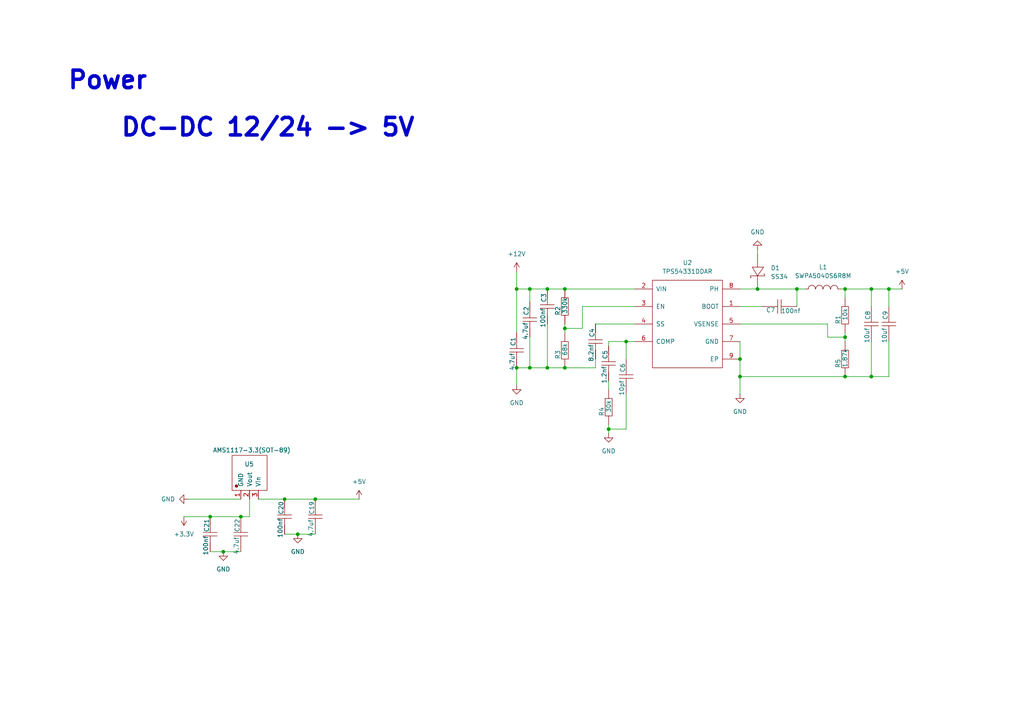
<source format=kicad_sch>
(kicad_sch (version 20231120) (generator "eeschema") (generator_version "8.0")
  (paper "A4")
  (lib_symbols
    (symbol "BLDC_Drive_Tsfoc:AMS1117-3.3(SOT-89)" (pin_names (offset 1.016))
      (property "Reference" "U" (at -4.572 6.096 0))
      (property "Value" "AMS1117-3.3(SOT-89)" (at 0 -6.35 0))
      (symbol "AMS1117-3.3(SOT-89)_1_1"
        (rectangle (start -5.08 5.08) (end 5.08 -5.08) (stroke (width 0.1524)))
        (circle (center -3.81 3.81) (radius 0.381) (stroke (width 0.1524)) (fill (type outline)))
        (pin input line (at -7.62 2.54 0) (length 2.54) (name "GND") (number "1"))
        (pin input line (at -7.62 0 0) (length 2.54) (name "Vout") (number "2"))
        (pin input line (at -7.62 -2.54 0) (length 2.54) (name "Vin") (number "3"))
      )
    )
    (symbol "BLDC_Drive_Tsfoc:SS34" (pin_numbers hide) (pin_names (offset 1.016) hide)
      (property "Reference" "D" (at -1.524 3.048 0))
      (property "Value" "SS34" (at -0.508 -3.048 0))
      (symbol "SS34_1_1"
        (polyline (pts (xy -1.27 0) (xy -1.27 -2.032) (xy -0.762 -2.032) (xy -0.762 -1.778)) (stroke (width 0.1524)))
        (polyline (pts (xy -1.27 0) (xy -1.27 2.032) (xy -1.778 2.032) (xy -1.778 1.778)) (stroke (width 0.1524)))
        (polyline (pts (xy 1.27 1.524) (xy -1.27 0) (xy 1.27 -1.778) (xy 1.27 1.524)) (stroke (width 0.1524)))
        (pin input line (at -5.08 0 0) (length 3.81) (name "K") (number "1"))
        (pin input line (at 5.08 0 180) (length 3.81) (name "A") (number "2"))
      )
    )
    (symbol "BLDC_Drive_Tsfoc:SWPA5040S6R8M" (pin_numbers hide) (pin_names (offset 1.016) hide)
      (property "Reference" "L" (at -4.826 2.54 0))
      (property "Value" "SWPA5040S6R8M" (at 1.778 -1.778 0))
      (symbol "SWPA5040S6R8M_1_1"
        (polyline (pts (xy 2.2098 0) (xy 2.2098 0.2032) (xy 2.2352 0.381) (xy 2.3114 0.5588) (xy 2.4384 0.7366) (xy 2.5654 0.8636) (xy 2.7432 0.9652) (xy 2.921 1.0414) (xy 3.1242 1.0668) (xy 3.3274 1.0668) (xy 3.5052 1.0414) (xy 3.7084 0.9652) (xy 3.8608 0.8382) (xy 4.0132 0.7112) (xy 4.1148 0.5334) (xy 4.191 0.3556) (xy 4.2164 0.1778) (xy 4.2164 0)) (stroke (width 0.1524)))
        (polyline (pts (xy -4.2926 0) (xy -4.2926 0.2032) (xy -4.2672 0.381) (xy -4.191 0.5588) (xy -4.064 0.7366) (xy -3.937 0.8636) (xy -3.7592 0.9652) (xy -3.5814 1.0414) (xy -3.3782 1.0922) (xy -3.2004 1.0922) (xy -2.9972 1.0414) (xy -2.8194 0.9652) (xy -2.6416 0.8636) (xy -2.5146 0.7366) (xy -2.3876 0.5588) (xy -2.3114 0.381) (xy -2.286 0.2032) (xy -2.286 0) (xy -2.286 0)) (stroke (width 0.1524)))
        (polyline (pts (xy -2.1336 0) (xy -2.159 0.2032) (xy -2.1082 0.381) (xy -2.032 0.5588) (xy -1.9304 0.7366) (xy -1.778 0.8636) (xy -1.6256 0.9652) (xy -1.4224 1.0414) (xy -1.2446 1.0922) (xy -1.0414 1.0922) (xy -0.8382 1.0414) (xy -0.6604 0.9906) (xy -0.4826 0.8636) (xy -0.3556 0.7366) (xy -0.2286 0.5842) (xy -0.1524 0.381) (xy -0.127 0.2032) (xy -0.127 0) (xy -0.127 0)) (stroke (width 0.1524)))
        (polyline (pts (xy 0 0) (xy 0 0.2032) (xy 0.0508 0.381) (xy 0.127 0.5588) (xy 0.2286 0.7366) (xy 0.381 0.8636) (xy 0.5334 0.9652) (xy 0.7112 1.0414) (xy 0.9144 1.0922) (xy 1.1176 1.0922) (xy 1.3208 1.0414) (xy 1.4986 0.9906) (xy 1.651 0.8636) (xy 1.8034 0.7366) (xy 1.905 0.5842) (xy 1.9812 0.381) (xy 2.032 0.2032) (xy 2.032 0) (xy 2.032 0)) (stroke (width 0.1524)))
        (pin input line (at -5.08 0 0) (length 0.762) (name "1") (number "1"))
        (pin input line (at 5.08 0 180) (length 0.762) (name "2") (number "2"))
      )
    )
    (symbol "BLDC_Drive_Tsfoc:TPS54331DDAR" (pin_names (offset 1.016))
      (property "Reference" "U" (at -9.398 13.716 0))
      (property "Value" "TPS54331DDAR" (at -0.254 1.778 90))
      (symbol "TPS54331DDAR_1_1"
        (rectangle (start -10.16 12.7) (end 10.16 -12.7) (stroke (width 0.1524)))
        (pin input line (at 15.24 5.08 180) (length 5.08) (name "BOOT") (number "1"))
        (pin power_in line (at -15.24 10.16 0) (length 5.08) (name "VIN") (number "2"))
        (pin input line (at -15.24 5.08 0) (length 5.08) (name "EN") (number "3"))
        (pin input line (at -15.24 0 0) (length 5.08) (name "SS") (number "4"))
        (pin input line (at 15.24 0 180) (length 5.08) (name "VSENSE") (number "5"))
        (pin input line (at -15.24 -5.08 0) (length 5.08) (name "COMP") (number "6"))
        (pin power_in line (at 15.24 -5.08 180) (length 5.08) (name "GND") (number "7"))
        (pin power_in line (at 15.24 10.16 180) (length 5.08) (name "PH") (number "8"))
        (pin power_in line (at 15.24 -10.16 180) (length 5.08) (name "EP") (number "9"))
      )
    )
    (symbol "BLDC_Drive_Tsfoc:cap" (pin_numbers hide) (pin_names (offset 1.016) hide)
      (property "Reference" "C" (at -3.556 1.016 0))
      (property "Value" "cap" (at 2.54 1.524 0))
      (symbol "cap_1_1"
        (polyline (pts (xy -0.508 -2.032) (xy -0.508 2.032)) (stroke (width 0.1524)))
        (polyline (pts (xy -0.508 0) (xy -2.54 0)) (stroke (width 0.1524)))
        (polyline (pts (xy 0.508 2.032) (xy 0.508 -2.032)) (stroke (width 0.1524)))
        (polyline (pts (xy 2.54 0) (xy 0.508 0)) (stroke (width 0.1524)))
        (pin input line (at -5.08 0 0) (length 2.54) (name "1") (number "1"))
        (pin input line (at 5.08 0 180) (length 2.54) (name "2") (number "2"))
      )
    )
    (symbol "BLDC_Drive_Tsfoc:res" (pin_numbers hide) (pin_names (offset 1.016) hide)
      (property "Reference" "R" (at -2.032 1.778 0))
      (property "Value" "res" (at -0.254 0 0))
      (symbol "res_1_1"
        (rectangle (start -2.54 1.016) (end 2.54 -1.016) (stroke (width 0.1524)))
        (pin input line (at -5.08 0 0) (length 2.54) (name "1") (number "1"))
        (pin input line (at 5.08 0 180) (length 2.54) (name "2") (number "2"))
      )
    )
    (symbol "power:+12V" (power) (pin_numbers hide) (pin_names (offset 0) hide)
      (property "Value" "+12V" (at 0 3.556 0))
      (symbol "+12V_0_1"
        (polyline (pts (xy -0.762 1.27) (xy 0 2.54)))
        (polyline (pts (xy 0 0) (xy 0 2.54)))
        (polyline (pts (xy 0 2.54) (xy 0.762 1.27)))
      )
      (symbol "+12V_1_1"
        (pin power_in line (at 0 0 90) (length 0) (name "~") (number "1"))
      )
    )
    (symbol "power:+5V" (power) (pin_numbers hide) (pin_names (offset 0) hide)
      (property "Value" "+5V" (at 0 3.556 0))
      (symbol "+5V_0_1"
        (polyline (pts (xy -0.762 1.27) (xy 0 2.54)))
        (polyline (pts (xy 0 0) (xy 0 2.54)))
        (polyline (pts (xy 0 2.54) (xy 0.762 1.27)))
      )
      (symbol "+5V_1_1"
        (pin power_in line (at 0 0 90) (length 0) (name "~") (number "1"))
      )
    )
    (symbol "power:GND" (power) (pin_numbers hide) (pin_names (offset 0) hide)
      (property "Value" "GND" (at 0 -3.81 0))
      (symbol "GND_0_1"
        (polyline (pts (xy 0 0) (xy 0 -1.27) (xy 1.27 -1.27) (xy 0 -2.54) (xy -1.27 -1.27) (xy 0 -1.27)))
      )
      (symbol "GND_1_1"
        (pin power_in line (at 0 0 270) (length 0) (name "~") (number "1"))
      )
    )
  )
  (junction (at 153.67 106.68))
  (junction (at 163.83 106.68))
  (junction (at 149.86 106.68))
  (junction (at 219.71 83.82))
  (junction (at 64.77 160.02))
  (junction (at 163.83 95.25))
  (junction (at 245.11 83.82))
  (junction (at 82.55 144.78))
  (junction (at 214.63 109.22))
  (junction (at 176.53 124.46))
  (junction (at 158.75 106.68))
  (junction (at 181.61 99.06))
  (junction (at 231.14 83.82))
  (junction (at 163.83 83.82))
  (junction (at 60.96 149.86))
  (junction (at 153.67 83.82))
  (junction (at 245.11 109.22))
  (junction (at 158.75 83.82))
  (junction (at 252.73 83.82))
  (junction (at 86.36 154.94))
  (junction (at 257.81 83.82))
  (junction (at 245.11 97.79))
  (junction (at 252.73 109.22))
  (junction (at 91.44 144.78))
  (junction (at 69.85 149.86))
  (junction (at 214.63 104.14))
  (junction (at 149.86 83.82))
  (wire (pts (xy 172.72 104.14) (xy 172.72 106.68)))
  (wire (pts (xy 172.72 93.98) (xy 184.15 93.98)))
  (wire (pts (xy 219.71 72.39) (xy 219.71 73.66)))
  (wire (pts (xy 181.61 99.06) (xy 181.61 104.14)))
  (wire (pts (xy 176.53 124.46) (xy 176.53 123.19)))
  (wire (pts (xy 158.75 106.68) (xy 153.67 106.68)))
  (wire (pts (xy 82.55 154.94) (xy 86.36 154.94)))
  (wire (pts (xy 214.63 99.06) (xy 214.63 104.14)))
  (wire (pts (xy 91.44 144.78) (xy 104.14 144.78)))
  (wire (pts (xy 176.53 110.49) (xy 176.53 113.03)))
  (wire (pts (xy 176.53 125.73) (xy 176.53 124.46)))
  (wire (pts (xy 245.11 83.82) (xy 243.84 83.82)))
  (wire (pts (xy 252.73 99.06) (xy 252.73 109.22)))
  (wire (pts (xy 163.83 83.82) (xy 184.15 83.82)))
  (wire (pts (xy 72.39 144.78) (xy 72.39 149.86)))
  (wire (pts (xy 181.61 124.46) (xy 176.53 124.46)))
  (wire (pts (xy 252.73 109.22) (xy 245.11 109.22)))
  (wire (pts (xy 231.14 88.9) (xy 231.14 83.82)))
  (wire (pts (xy 172.72 106.68) (xy 163.83 106.68)))
  (wire (pts (xy 153.67 83.82) (xy 158.75 83.82)))
  (wire (pts (xy 149.86 111.76) (xy 149.86 106.68)))
  (wire (pts (xy 69.85 149.86) (xy 72.39 149.86)))
  (wire (pts (xy 176.53 99.06) (xy 176.53 100.33)))
  (wire (pts (xy 257.81 83.82) (xy 252.73 83.82)))
  (wire (pts (xy 214.63 83.82) (xy 219.71 83.82)))
  (wire (pts (xy 214.63 109.22) (xy 214.63 104.14)))
  (wire (pts (xy 54.61 144.78) (xy 69.85 144.78)))
  (wire (pts (xy 219.71 83.82) (xy 231.14 83.82)))
  (wire (pts (xy 240.03 93.98) (xy 240.03 97.79)))
  (wire (pts (xy 233.68 83.82) (xy 231.14 83.82)))
  (wire (pts (xy 153.67 83.82) (xy 153.67 87.63)))
  (wire (pts (xy 149.86 83.82) (xy 153.67 83.82)))
  (wire (pts (xy 158.75 93.98) (xy 158.75 106.68)))
  (wire (pts (xy 214.63 88.9) (xy 220.98 88.9)))
  (wire (pts (xy 214.63 93.98) (xy 240.03 93.98)))
  (wire (pts (xy 184.15 99.06) (xy 181.61 99.06)))
  (wire (pts (xy 53.34 149.86) (xy 60.96 149.86)))
  (wire (pts (xy 181.61 114.3) (xy 181.61 124.46)))
  (wire (pts (xy 82.55 144.78) (xy 91.44 144.78)))
  (wire (pts (xy 245.11 97.79) (xy 245.11 99.06)))
  (wire (pts (xy 60.96 149.86) (xy 69.85 149.86)))
  (wire (pts (xy 252.73 88.9) (xy 252.73 83.82)))
  (wire (pts (xy 163.83 93.98) (xy 163.83 95.25)))
  (wire (pts (xy 158.75 83.82) (xy 163.83 83.82)))
  (wire (pts (xy 245.11 86.36) (xy 245.11 83.82)))
  (wire (pts (xy 252.73 83.82) (xy 245.11 83.82)))
  (wire (pts (xy 86.36 154.94) (xy 91.44 154.94)))
  (wire (pts (xy 257.81 83.82) (xy 261.62 83.82)))
  (wire (pts (xy 257.81 88.9) (xy 257.81 83.82)))
  (wire (pts (xy 168.91 95.25) (xy 163.83 95.25)))
  (wire (pts (xy 64.77 160.02) (xy 69.85 160.02)))
  (wire (pts (xy 214.63 114.3) (xy 214.63 109.22)))
  (wire (pts (xy 74.93 144.78) (xy 82.55 144.78)))
  (wire (pts (xy 149.86 83.82) (xy 149.86 96.52)))
  (wire (pts (xy 163.83 106.68) (xy 158.75 106.68)))
  (wire (pts (xy 163.83 96.52) (xy 163.83 95.25)))
  (wire (pts (xy 257.81 99.06) (xy 257.81 109.22)))
  (wire (pts (xy 149.86 106.68) (xy 153.67 106.68)))
  (wire (pts (xy 60.96 160.02) (xy 64.77 160.02)))
  (wire (pts (xy 181.61 99.06) (xy 176.53 99.06)))
  (wire (pts (xy 149.86 78.74) (xy 149.86 83.82)))
  (wire (pts (xy 153.67 97.79) (xy 153.67 106.68)))
  (wire (pts (xy 245.11 96.52) (xy 245.11 97.79)))
  (wire (pts (xy 184.15 88.9) (xy 168.91 88.9)))
  (wire (pts (xy 245.11 109.22) (xy 214.63 109.22)))
  (wire (pts (xy 240.03 97.79) (xy 245.11 97.79)))
  (wire (pts (xy 257.81 109.22) (xy 252.73 109.22)))
  (wire (pts (xy 168.91 88.9) (xy 168.91 95.25)))
  (text "DC-DC 12/24 -> 5V" (exclude_from_sim yes) (at 77.724 37.084 0) (effects (font (size 5.08 5.08) (thickness 1.016) (bold yes))))
  (text "Power\n" (exclude_from_sim yes) (at 31.242 23.368 0) (effects (font (size 5.08 5.08) (thickness 1.016) (bold yes))))
  (symbol (lib_id "power:+5V") (at 53.34 149.86 180) (unit 1)
    (property "Reference" "#PWR037" (effects (hide yes)))
    (property "Value" "+3.3V" (at 53.34 154.94 0))
    (property "Description" "Power symbol creates a global label with name \"+5V\"" (effects (hide yes)))
  )
  (symbol (lib_id "BLDC_Drive_Tsfoc:cap") (at 172.72 99.06 90) (unit 1)
    (property "Reference" "C4" (at 171.704 96.52 0))
    (property "Value" "8.2nf" (at 171.45 102.362 0))
    (property "Footprint" "BLDC_Drive_Tsfoc:C0603" (effects (hide yes)))
    (property "SuppliersPartNumber" "C519502" (effects (hide yes)))
    (property "uuid" "std:d9d631d6bca44a2d934773ff44c148cf" (effects (hide yes)))
  )
  (symbol (lib_id "BLDC_Drive_Tsfoc:cap") (at 91.44 149.86 90) (unit 1)
    (property "Reference" "C19" (at 90.424 147.32 0))
    (property "Value" "4.7uf" (at 90.17 153.162 0))
    (property "Footprint" "BLDC_Drive_Tsfoc:C0805" (effects (hide yes)))
    (property "SuppliersPartNumber" "C519502" (effects (hide yes)))
    (property "uuid" "std:d9d631d6bca44a2d934773ff44c148cf" (effects (hide yes)))
  )
  (symbol (lib_id "BLDC_Drive_Tsfoc:SWPA5040S6R8M") (at 238.76 83.82 0) (unit 1)
    (property "Reference" "L1" (at 238.7346 77.47 0))
    (property "Value" "SWPA5040S6R8M" (at 238.7346 80.01 0))
    (property "Footprint" "BLDC_Drive_Tsfoc:SWPA5040S6R8MT" (effects (hide yes)))
    (property "Datasheet" "http://www.szlcsc.com/product/details_37389.html" (effects (hide yes)))
    (property "SuppliersPartNumber" "C36411" (effects (hide yes)))
    (property "uuid" "std:7d52b199c8f5dcbcddc466e9f40f1dd7" (effects (hide yes)))
  )
  (symbol (lib_id "BLDC_Drive_Tsfoc:TPS54331DDAR") (at 199.39 93.98 0) (unit 1)
    (property "Reference" "U2" (at 199.39 76.2 0))
    (property "Value" "TPS54331DDAR" (at 199.39 78.74 0))
    (property "Footprint" "BLDC_Drive_Tsfoc:tps54331" (effects (hide yes)))
    (property "Datasheet" "http://www.szlcsc.com/product/details_91949.html" (effects (hide yes)))
    (property "SuppliersPartNumber" "C90761" (effects (hide yes)))
    (property "uuid" "std:bfdf539a47514e5cbf86459ade6aa361" (effects (hide yes)))
  )
  (symbol (lib_id "BLDC_Drive_Tsfoc:cap") (at 158.75 88.9 90) (unit 1)
    (property "Reference" "C3" (at 157.734 86.36 0))
    (property "Value" "100nf" (at 157.48 92.202 0))
    (property "Footprint" "BLDC_Drive_Tsfoc:C0603" (effects (hide yes)))
    (property "SuppliersPartNumber" "C519502" (effects (hide yes)))
    (property "uuid" "std:d9d631d6bca44a2d934773ff44c148cf" (effects (hide yes)))
  )
  (symbol (lib_id "BLDC_Drive_Tsfoc:cap") (at 82.55 149.86 90) (unit 1)
    (property "Reference" "C20" (at 81.534 147.32 0))
    (property "Value" "100nf" (at 81.28 153.162 0))
    (property "Footprint" "BLDC_Drive_Tsfoc:C0603" (effects (hide yes)))
    (property "SuppliersPartNumber" "C519502" (effects (hide yes)))
    (property "uuid" "std:d9d631d6bca44a2d934773ff44c148cf" (effects (hide yes)))
  )
  (symbol (lib_id "power:GND") (at 64.77 160.02 0) (unit 1)
    (property "Reference" "#PWR038" (effects (hide yes)))
    (property "Value" "GND" (at 64.77 165.1 0))
    (property "Description" "Power symbol creates a global label with name \"GND\" , ground" (effects (hide yes)))
  )
  (symbol (lib_id "BLDC_Drive_Tsfoc:res") (at 163.83 101.6 90) (unit 1)
    (property "Reference" "R3" (at 161.798 102.87 0))
    (property "Value" "68k" (at 163.83 101.346 0))
    (property "Footprint" "BLDC_Drive_Tsfoc:R0603" (effects (hide yes)))
    (property "Datasheet" "http://www.szlcsc.com/product/details_26547.html" (effects (hide yes)))
    (property "SuppliersPartNumber" "C25804" (effects (hide yes)))
    (property "uuid" "std:b210af5a1436310a86e8b108e2e5a90b" (effects (hide yes)))
  )
  (symbol (lib_id "power:GND") (at 86.36 154.94 0) (unit 1)
    (property "Reference" "#PWR036" (effects (hide yes)))
    (property "Value" "GND" (at 86.36 160.02 0))
    (property "Description" "Power symbol creates a global label with name \"GND\" , ground" (effects (hide yes)))
  )
  (symbol (lib_id "BLDC_Drive_Tsfoc:res") (at 176.53 118.11 90) (unit 1)
    (property "Reference" "R4" (at 174.498 119.38 0))
    (property "Value" "30k" (at 176.53 117.856 0))
    (property "Footprint" "BLDC_Drive_Tsfoc:R0603" (effects (hide yes)))
    (property "Datasheet" "http://www.szlcsc.com/product/details_26547.html" (effects (hide yes)))
    (property "SuppliersPartNumber" "C25804" (effects (hide yes)))
    (property "uuid" "std:b210af5a1436310a86e8b108e2e5a90b" (effects (hide yes)))
  )
  (symbol (lib_id "BLDC_Drive_Tsfoc:res") (at 245.11 104.14 90) (unit 1)
    (property "Reference" "R5" (at 243.078 105.41 0))
    (property "Value" "1.87k" (at 245.11 103.886 0))
    (property "Footprint" "BLDC_Drive_Tsfoc:R0603" (effects (hide yes)))
    (property "Datasheet" "http://www.szlcsc.com/product/details_26547.html" (effects (hide yes)))
    (property "SuppliersPartNumber" "C25804" (effects (hide yes)))
    (property "uuid" "std:b210af5a1436310a86e8b108e2e5a90b" (effects (hide yes)))
  )
  (symbol (lib_id "power:GND") (at 54.61 144.78 270) (unit 1)
    (property "Reference" "#PWR034" (effects (hide yes)))
    (property "Value" "GND" (at 50.8 144.7799 90) (effects (justify right)))
    (property "Description" "Power symbol creates a global label with name \"GND\" , ground" (effects (hide yes)))
  )
  (symbol (lib_id "power:GND") (at 149.86 111.76 0) (unit 1)
    (property "Reference" "#PWR02" (effects (hide yes)))
    (property "Value" "GND" (at 149.86 116.84 0))
    (property "Description" "Power symbol creates a global label with name \"GND\" , ground" (effects (hide yes)))
  )
  (symbol (lib_id "BLDC_Drive_Tsfoc:cap") (at 257.81 93.98 90) (unit 1)
    (property "Reference" "C9" (at 256.794 91.44 0))
    (property "Value" "10uf" (at 256.54 97.282 0))
    (property "Footprint" "BLDC_Drive_Tsfoc:C0805" (effects (hide yes)))
    (property "SuppliersPartNumber" "C519502" (effects (hide yes)))
    (property "uuid" "std:d9d631d6bca44a2d934773ff44c148cf" (effects (hide yes)))
  )
  (symbol (lib_id "BLDC_Drive_Tsfoc:AMS1117-3.3(SOT-89)") (at 72.39 137.16 90) (unit 1)
    (property "Reference" "U5" (at 73.66 134.62 90) (effects (justify left)))
    (property "Value" "AMS1117-3.3(SOT-89)" (at 84.328 130.556 90) (effects (justify left)))
    (property "Footprint" "BLDC_Drive_Tsfoc:AMS11173v3-SOT-89" (effects (hide yes)))
    (property "SuppliersPartNumber" "C22751496" (effects (hide yes)))
    (property "uuid" "std:c07660f943274fec9b7f7498324a91b2" (effects (hide yes)))
  )
  (symbol (lib_id "BLDC_Drive_Tsfoc:cap") (at 226.06 88.9 180) (unit 1)
    (property "Reference" "C7" (at 223.52 89.916 0))
    (property "Value" "100nf" (at 229.362 90.17 0))
    (property "Footprint" "BLDC_Drive_Tsfoc:C0805" (effects (hide yes)))
    (property "SuppliersPartNumber" "C519502" (effects (hide yes)))
    (property "uuid" "std:d9d631d6bca44a2d934773ff44c148cf" (effects (hide yes)))
  )
  (symbol (lib_id "power:GND") (at 176.53 125.73 0) (unit 1)
    (property "Reference" "#PWR03" (effects (hide yes)))
    (property "Value" "GND" (at 176.53 130.81 0))
    (property "Description" "Power symbol creates a global label with name \"GND\" , ground" (effects (hide yes)))
  )
  (symbol (lib_id "BLDC_Drive_Tsfoc:res") (at 163.83 88.9 90) (unit 1)
    (property "Reference" "R2" (at 161.798 90.17 0))
    (property "Value" "330k" (at 163.83 88.646 0))
    (property "Footprint" "BLDC_Drive_Tsfoc:R0603" (effects (hide yes)))
    (property "Datasheet" "http://www.szlcsc.com/product/details_26547.html" (effects (hide yes)))
    (property "SuppliersPartNumber" "C25804" (effects (hide yes)))
    (property "uuid" "std:b210af5a1436310a86e8b108e2e5a90b" (effects (hide yes)))
  )
  (symbol (lib_id "BLDC_Drive_Tsfoc:cap") (at 69.85 154.94 90) (unit 1)
    (property "Reference" "C22" (at 68.834 152.4 0))
    (property "Value" "4.7uf" (at 68.58 158.242 0))
    (property "Footprint" "BLDC_Drive_Tsfoc:C0805" (effects (hide yes)))
    (property "SuppliersPartNumber" "C519502" (effects (hide yes)))
    (property "uuid" "std:d9d631d6bca44a2d934773ff44c148cf" (effects (hide yes)))
  )
  (symbol (lib_id "BLDC_Drive_Tsfoc:cap") (at 149.86 101.6 90) (unit 1)
    (property "Reference" "C1" (at 148.844 99.06 0))
    (property "Value" "4.7uf" (at 148.59 104.902 0))
    (property "Footprint" "BLDC_Drive_Tsfoc:C0805" (effects (hide yes)))
    (property "SuppliersPartNumber" "C519502" (effects (hide yes)))
    (property "uuid" "std:d9d631d6bca44a2d934773ff44c148cf" (effects (hide yes)))
  )
  (symbol (lib_id "BLDC_Drive_Tsfoc:cap") (at 176.53 105.41 90) (unit 1)
    (property "Reference" "C5" (at 175.514 102.87 0))
    (property "Value" "1.2nf" (at 175.26 108.712 0))
    (property "Footprint" "BLDC_Drive_Tsfoc:C0603" (effects (hide yes)))
    (property "SuppliersPartNumber" "C519502" (effects (hide yes)))
    (property "uuid" "std:d9d631d6bca44a2d934773ff44c148cf" (effects (hide yes)))
  )
  (symbol (lib_id "BLDC_Drive_Tsfoc:cap") (at 252.73 93.98 90) (unit 1)
    (property "Reference" "C8" (at 251.714 91.44 0))
    (property "Value" "10uf" (at 251.46 97.282 0))
    (property "Footprint" "BLDC_Drive_Tsfoc:C0805" (effects (hide yes)))
    (property "SuppliersPartNumber" "C519502" (effects (hide yes)))
    (property "uuid" "std:d9d631d6bca44a2d934773ff44c148cf" (effects (hide yes)))
  )
  (symbol (lib_id "power:+5V") (at 261.62 83.82 0) (unit 1)
    (property "Reference" "#PWR06" (effects (hide yes)))
    (property "Value" "+5V" (at 261.62 78.74 0))
    (property "Description" "Power symbol creates a global label with name \"+5V\"" (effects (hide yes)))
  )
  (symbol (lib_id "power:+12V") (at 149.86 78.74 0) (unit 1)
    (property "Reference" "#PWR01" (effects (hide yes)))
    (property "Value" "+12V" (at 149.86 73.66 0))
    (property "Description" "Power symbol creates a global label with name \"+12V\"" (effects (hide yes)))
  )
  (symbol (lib_id "BLDC_Drive_Tsfoc:cap") (at 60.96 154.94 90) (unit 1)
    (property "Reference" "C21" (at 59.944 152.4 0))
    (property "Value" "100nf" (at 59.69 158.242 0))
    (property "Footprint" "BLDC_Drive_Tsfoc:C0603" (effects (hide yes)))
    (property "SuppliersPartNumber" "C519502" (effects (hide yes)))
    (property "uuid" "std:d9d631d6bca44a2d934773ff44c148cf" (effects (hide yes)))
  )
  (symbol (lib_id "BLDC_Drive_Tsfoc:res") (at 245.11 91.44 90) (unit 1)
    (property "Reference" "R1" (at 243.078 92.71 0))
    (property "Value" "10k" (at 245.11 91.186 0))
    (property "Footprint" "BLDC_Drive_Tsfoc:R0603" (effects (hide yes)))
    (property "Datasheet" "http://www.szlcsc.com/product/details_26547.html" (effects (hide yes)))
    (property "SuppliersPartNumber" "C25804" (effects (hide yes)))
    (property "uuid" "std:b210af5a1436310a86e8b108e2e5a90b" (effects (hide yes)))
  )
  (symbol (lib_id "BLDC_Drive_Tsfoc:cap") (at 181.61 109.22 90) (unit 1)
    (property "Reference" "C6" (at 180.594 106.68 0))
    (property "Value" "10pf" (at 180.34 112.522 0))
    (property "Footprint" "BLDC_Drive_Tsfoc:C0603" (effects (hide yes)))
    (property "SuppliersPartNumber" "C519502" (effects (hide yes)))
    (property "uuid" "std:d9d631d6bca44a2d934773ff44c148cf" (effects (hide yes)))
  )
  (symbol (lib_id "BLDC_Drive_Tsfoc:SS34") (at 219.71 78.74 90) (unit 1)
    (property "Reference" "D1" (at 223.52 77.7239 90) (effects (justify right)))
    (property "Value" "SS34" (at 223.52 80.2639 90) (effects (justify right)))
    (property "Footprint" "BLDC_Drive_Tsfoc:ss34" (effects (hide yes)))
    (property "Datasheet" "http://www.szlcsc.com/product/details_9178.html" (effects (hide yes)))
    (property "SuppliersPartNumber" "C8678" (effects (hide yes)))
    (property "uuid" "std:0eedab92e7aafdde01ddc57928d2356c" (effects (hide yes)))
  )
  (symbol (lib_id "power:GND") (at 219.71 72.39 180) (unit 1)
    (property "Reference" "#PWR04" (effects (hide yes)))
    (property "Value" "GND" (at 219.71 67.31 0))
    (property "Description" "Power symbol creates a global label with name \"GND\" , ground" (effects (hide yes)))
  )
  (symbol (lib_id "power:GND") (at 214.63 114.3 0) (unit 1)
    (property "Reference" "#PWR05" (effects (hide yes)))
    (property "Value" "GND" (at 214.63 119.38 0))
    (property "Description" "Power symbol creates a global label with name \"GND\" , ground" (effects (hide yes)))
  )
  (symbol (lib_id "BLDC_Drive_Tsfoc:cap") (at 153.67 92.71 90) (unit 1)
    (property "Reference" "C2" (at 152.654 90.17 0))
    (property "Value" "4.7uf" (at 152.4 96.012 0))
    (property "Footprint" "BLDC_Drive_Tsfoc:C0805" (effects (hide yes)))
    (property "SuppliersPartNumber" "C519502" (effects (hide yes)))
    (property "uuid" "std:d9d631d6bca44a2d934773ff44c148cf" (effects (hide yes)))
  )
  (symbol (lib_id "power:+5V") (at 104.14 144.78 0) (unit 1)
    (property "Reference" "#PWR035" (effects (hide yes)))
    (property "Value" "+5V" (at 104.14 139.7 0))
    (property "Description" "Power symbol creates a global label with name \"+5V\"" (effects (hide yes)))
  )
)
</source>
